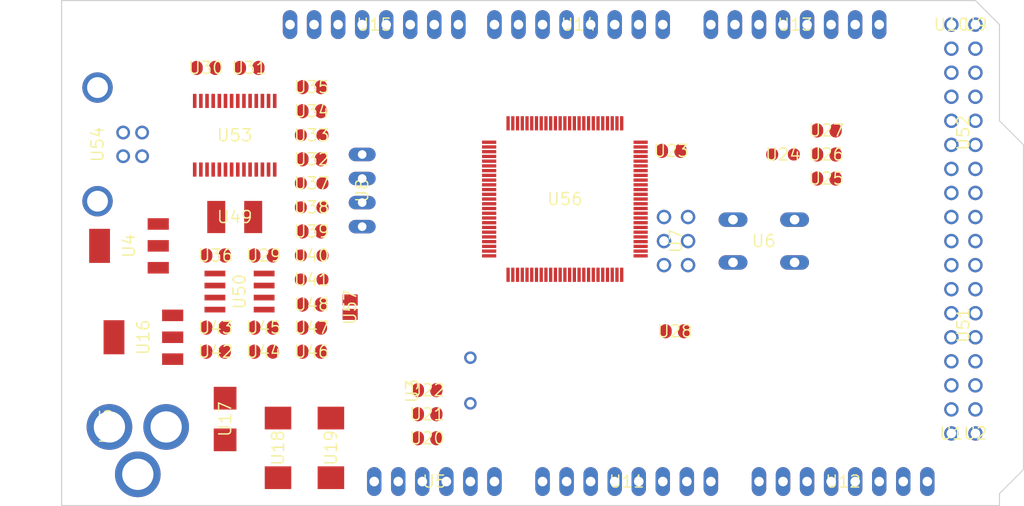
<source format=kicad_pcb>
(kicad_pcb (version 20221018) (generator pcbnew)
  (layers (0 "F.Cu" signal "Top") (31 "B.Cu" signal "Bottom") (34 "B.Paste" user) (35 "F.Paste" user) (36 "B.SilkS" user "B.Silkscreen") (37 "F.SilkS" user "F.Silkscreen") (38 "B.Mask" user) (39 "F.Mask" user) (44 "Edge.Cuts" user))
  (net 0 "")
  (net 1 "+5V")
  (net 2 "GND")
  (net 3 "N$6")
  (net 4 "N$7")
  (net 5 "AREF")
  (net 6 "RESET")
  (net 7 "VIN")
  (net 8 "N$3")
  (net 9 "PWRIN")
  (net 10 "M8RXD")
  (net 11 "M8TXD")
  (net 12 "ADC0")
  (net 13 "ADC2")
  (net 14 "ADC1")
  (net 15 "ADC3")
  (net 16 "ADC4")
  (net 17 "ADC5")
  (net 18 "ADC6")
  (net 19 "ADC7")
  (net 20 "+3V3")
  (net 21 "SDA")
  (net 22 "SCL")
  (net 23 "ADC9")
  (net 24 "ADC8")
  (net 25 "ADC10")
  (net 26 "ADC11")
  (net 27 "ADC12")
  (net 28 "ADC13")
  (net 29 "ADC14")
  (net 30 "ADC15")
  (net 31 "PB3")
  (net 32 "PB2")
  (net 33 "PB1")
  (net 34 "PB5")
  (net 35 "PB4")
  (net 36 "PE5")
  (net 37 "PE4")
  (net 38 "PE3")
  (net 39 "PE1")
  (net 40 "PE0")
  (net 41 "N$15")
  (net 42 "N$53")
  (net 43 "N$54")
  (net 44 "N$55")
  (net 45 "D-")
  (net 46 "D+")
  (net 47 "N$60")
  (net 48 "DTR")
  (net 49 "USBVCC")
  (net 50 "N$2")
  (net 51 "N$4")
  (net 52 "GATE_CMD")
  (net 53 "CMP")
  (net 54 "PB6")
  (net 55 "PH3")
  (net 56 "PH4")
  (net 57 "PH5")
  (net 58 "PH6")
  (net 59 "PG5")
  (net 60 "RXD1")
  (net 61 "TXD1")
  (net 62 "RXD2")
  (net 63 "RXD3")
  (net 64 "TXD2")
  (net 65 "TXD3")
  (net 66 "PC0")
  (net 67 "PC1")
  (net 68 "PC2")
  (net 69 "PC3")
  (net 70 "PC4")
  (net 71 "PC5")
  (net 72 "PC6")
  (net 73 "PC7")
  (net 74 "PB0")
  (net 75 "PG0")
  (net 76 "PG1")
  (net 77 "PG2")
  (net 78 "PD7")
  (net 79 "PA0")
  (net 80 "PA1")
  (net 81 "PA2")
  (net 82 "PA3")
  (net 83 "PA4")
  (net 84 "PA5")
  (net 85 "PA6")
  (net 86 "PA7")
  (net 87 "PL0")
  (net 88 "PL1")
  (net 89 "PL2")
  (net 90 "PL3")
  (net 91 "PL4")
  (net 92 "PL5")
  (net 93 "PL6")
  (net 94 "PL7")
  (net 95 "PB7")
  (net 96 "CTS")
  (net 97 "DSR")
  (net 98 "DCD")
  (net 99 "RI")
  (footprint "Arduino_MEGA_Reference_Design:2X03" (layer "F.Cu") (at 162.5981 103.7336 -90)
    (fp_text reference "U7")
    (fp_text value "")
  )
  (footprint "Arduino_MEGA_Reference_Design:1X08" (layer "F.Cu") (at 152.3111 80.8736 180)
    (fp_text reference "U14")
    (fp_text value "")
  )
  (footprint "Arduino_MEGA_Reference_Design:1X08" (layer "F.Cu") (at 130.7211 80.8736 180)
    (fp_text reference "U15")
    (fp_text value "")
  )
  (footprint "Arduino_MEGA_Reference_Design:SMC_D" (layer "F.Cu") (at 120.5611 125.5776 -90)
    (fp_text reference "U18")
    (fp_text value "")
  )
  (footprint "Arduino_MEGA_Reference_Design:SMC_D" (layer "F.Cu") (at 126.1491 125.5776 -90)
    (fp_text reference "U19")
    (fp_text value "")
  )
  (footprint "Arduino_MEGA_Reference_Design:B3F-10XX" (layer "F.Cu") (at 171.8691 103.7336 180)
    (fp_text reference "U6")
    (fp_text value "")
  )
  (footprint "Arduino_MEGA_Reference_Design:0805RND" (layer "F.Cu") (at 173.9011 94.5896 180)
    (fp_text reference "U24")
    (fp_text value "")
  )
  (footprint "Arduino_MEGA_Reference_Design:SMB" (layer "F.Cu") (at 114.9731 122.5296 -90)
    (fp_text reference "U17")
    (fp_text value "")
  )
  (footprint "Arduino_MEGA_Reference_Design:DC-21MM" (layer "F.Cu") (at 103.0351 123.2916 90)
    (fp_text reference "U55")
    (fp_text value "")
  )
  (footprint "Arduino_MEGA_Reference_Design:HC49_S" (layer "F.Cu") (at 140.8811 118.4656 90)
    (fp_text reference "U3")
    (fp_text value "")
  )
  (footprint "Arduino_MEGA_Reference_Design:SOT223" (layer "F.Cu") (at 106.3371 113.8936 90)
    (fp_text reference "U16")
    (fp_text value "")
  )
  (footprint "Arduino_MEGA_Reference_Design:1X06" (layer "F.Cu") (at 137.0711 129.1336)
    (fp_text reference "U5")
    (fp_text value "")
  )
  (footprint "Arduino_MEGA_Reference_Design:C0805RND" (layer "F.Cu") (at 124.1171 87.4776)
    (fp_text reference "U35")
    (fp_text value "")
  )
  (footprint "Arduino_MEGA_Reference_Design:C0805RND" (layer "F.Cu") (at 162.4711 113.2586)
    (fp_text reference "U28")
    (fp_text value "")
  )
  (footprint "Arduino_MEGA_Reference_Design:C0805RND" (layer "F.Cu") (at 136.3091 122.0216)
    (fp_text reference "U21")
    (fp_text value "")
  )
  (footprint "Arduino_MEGA_Reference_Design:C0805RND" (layer "F.Cu") (at 136.3091 119.4816)
    (fp_text reference "U22")
    (fp_text value "")
  )
  (footprint "Arduino_MEGA_Reference_Design:C0805RND" (layer "F.Cu") (at 113.9571 112.8776)
    (fp_text reference "U43")
    (fp_text value "")
  )
  (footprint "Arduino_MEGA_Reference_Design:RCL_0805RND" (layer "F.Cu") (at 124.1171 105.2576)
    (fp_text reference "U40")
    (fp_text value "")
  )
  (footprint "Arduino_MEGA_Reference_Design:RCL_0805RND" (layer "F.Cu") (at 124.1171 107.7976)
    (fp_text reference "U41")
    (fp_text value "")
  )
  (footprint "Arduino_MEGA_Reference_Design:1X08" (layer "F.Cu") (at 157.3911 129.1336)
    (fp_text reference "U11")
    (fp_text value "")
  )
  (footprint "Arduino_MEGA_Reference_Design:1X08" (layer "F.Cu") (at 175.1711 80.8736 180)
    (fp_text reference "U13")
    (fp_text value "")
  )
  (footprint "Arduino_MEGA_Reference_Design:R0805RND" (layer "F.Cu") (at 178.4731 94.5896 180)
    (fp_text reference "U26")
    (fp_text value "")
  )
  (footprint "Arduino_MEGA_Reference_Design:R0805RND" (layer "F.Cu") (at 178.4731 92.0496 180)
    (fp_text reference "U27")
    (fp_text value "")
  )
  (footprint "Arduino_MEGA_Reference_Design:TQFP100" (layer "F.Cu") (at 150.86109924316406 99.29596710205078 0)
    (fp_text reference "U56")
    (fp_text value "")
  )
  (footprint "Arduino_MEGA_Reference_Design:C0805RND" (layer "F.Cu") (at 162.0901 94.2086 180)
    (fp_text reference "U23")
    (fp_text value "")
  )
  (footprint "Arduino_MEGA_Reference_Design:C0805RND" (layer "F.Cu") (at 136.3091 124.5616)
    (fp_text reference "U20")
    (fp_text value "")
  )
  (footprint "Arduino_MEGA_Reference_Design:1X08" (layer "F.Cu") (at 180.2511 129.1336)
    (fp_text reference "U12")
    (fp_text value "")
  )
  (footprint "Arduino_MEGA_Reference_Design:R0805RND" (layer "F.Cu") (at 124.1171 112.8776)
    (fp_text reference "U47")
    (fp_text value "")
  )
  (footprint "Arduino_MEGA_Reference_Design:C0805RND" (layer "F.Cu") (at 124.1171 115.4176)
    (fp_text reference "U46")
    (fp_text value "")
  )
  (footprint "Arduino_MEGA_Reference_Design:C0805RND" (layer "F.Cu") (at 113.9571 105.2576)
    (fp_text reference "U36")
    (fp_text value "")
  )
  (footprint "Arduino_MEGA_Reference_Design:C0805RND" (layer "F.Cu") (at 112.9411 85.4456)
    (fp_text reference "U30")
    (fp_text value "")
  )
  (footprint "Arduino_MEGA_Reference_Design:0805RND" (layer "F.Cu") (at 124.1171 100.1776 180)
    (fp_text reference "U38")
    (fp_text value "")
  )
  (footprint "Arduino_MEGA_Reference_Design:0805RND" (layer "F.Cu") (at 124.1171 97.6376 180)
    (fp_text reference "U37")
    (fp_text value "")
  )
  (footprint "Arduino_MEGA_Reference_Design:R0805RND" (layer "F.Cu") (at 124.1171 95.0976)
    (fp_text reference "U32")
    (fp_text value "")
  )
  (footprint "Arduino_MEGA_Reference_Design:R0805RND" (layer "F.Cu") (at 124.1171 102.7176)
    (fp_text reference "U39")
    (fp_text value "")
  )
  (footprint "Arduino_MEGA_Reference_Design:SSOP28" (layer "F.Cu") (at 115.9891 92.5576)
    (fp_text reference "U53")
    (fp_text value "")
  )
  (footprint "Arduino_MEGA_Reference_Design:PN61729" (layer "F.Cu") (at 98.9584 93.5228 -90)
    (fp_text reference "U54")
    (fp_text value "")
  )
  (footprint "Arduino_MEGA_Reference_Design:L1812" (layer "F.Cu") (at 115.9891 101.1936)
    (fp_text reference "U49")
    (fp_text value "")
  )
  (footprint "Arduino_MEGA_Reference_Design:C0805RND" (layer "F.Cu") (at 117.5131 85.4456)
    (fp_text reference "U31")
    (fp_text value "")
  )
  (footprint "Arduino_MEGA_Reference_Design:0805RND" (layer "F.Cu") (at 124.1171 92.5576 180)
    (fp_text reference "U33")
    (fp_text value "")
  )
  (footprint "Arduino_MEGA_Reference_Design:R0805RND" (layer "F.Cu") (at 124.1171 90.0176 180)
    (fp_text reference "U34")
    (fp_text value "")
  )
  (footprint "Arduino_MEGA_Reference_Design:C0805RND" (layer "F.Cu") (at 124.1171 110.4392 180)
    (fp_text reference "U48")
    (fp_text value "")
  )
  (footprint "Arduino_MEGA_Reference_Design:SOT223" (layer "F.Cu") (at 104.8131 104.2416 90)
    (fp_text reference "U4")
    (fp_text value "")
  )
  (footprint "Arduino_MEGA_Reference_Design:SO08" (layer "F.Cu") (at 116.4971 109.0676 -90)
    (fp_text reference "U50")
    (fp_text value "")
  )
  (footprint "Arduino_MEGA_Reference_Design:R0805RND" (layer "F.Cu") (at 113.9571 115.4176 180)
    (fp_text reference "U42")
    (fp_text value "")
  )
  (footprint "Arduino_MEGA_Reference_Design:R0805RND" (layer "F.Cu") (at 119.0371 112.8776 180)
    (fp_text reference "U45")
    (fp_text value "")
  )
  (footprint "Arduino_MEGA_Reference_Design:C0805RND" (layer "F.Cu") (at 119.0371 115.4176 180)
    (fp_text reference "U44")
    (fp_text value "")
  )
  (footprint "Arduino_MEGA_Reference_Design:C0805RND" (layer "F.Cu") (at 119.0371 105.2576)
    (fp_text reference "U29")
    (fp_text value "")
  )
  (footprint "Arduino_MEGA_Reference_Design:2X08" (layer "F.Cu") (at 192.9511 92.3036 90)
    (fp_text reference "U52")
    (fp_text value "")
  )
  (footprint "Arduino_MEGA_Reference_Design:2X08" (layer "F.Cu") (at 192.9511 112.6236 90)
    (fp_text reference "U51")
    (fp_text value "")
  )
  (footprint "Arduino_MEGA_Reference_Design:R0805RND" (layer "F.Cu") (at 178.4731 97.1296 180)
    (fp_text reference "U25")
    (fp_text value "")
  )
  (footprint "Arduino_MEGA_Reference_Design:1X01" (layer "F.Cu") (at 191.6811 80.8736)
    (fp_text reference "U10")
    (fp_text value "")
  )
  (footprint "Arduino_MEGA_Reference_Design:1X01" (layer "F.Cu") (at 194.2211 80.8736)
    (fp_text reference "U9")
    (fp_text value "")
  )
  (footprint "Arduino_MEGA_Reference_Design:1X01" (layer "F.Cu") (at 191.6811 124.0536)
    (fp_text reference "U1")
    (fp_text value "")
  )
  (footprint "Arduino_MEGA_Reference_Design:1X01" (layer "F.Cu") (at 194.2211 124.0536)
    (fp_text reference "U2")
    (fp_text value "")
  )
  (footprint "Arduino_MEGA_Reference_Design:SJ" (layer "F.Cu") (at 128.1811 110.7186 -90)
    (fp_text reference "U57")
    (fp_text value "")
  )
  (footprint "Arduino_MEGA_Reference_Design:JP4" (layer "F.Cu") (at 129.4511 98.3996 -90)
    (fp_text reference "U8")
    (fp_text value "")
  )
  (gr_line (start 196.7611 80.8736) (end 196.7611 91.0336) (layer "Edge.Cuts") (width 0.12))
  (gr_line (start 196.7611 130.4036) (end 196.7611 131.6736) (layer "Edge.Cuts") (width 0.12))
  (gr_line (start 194.2211 78.3336) (end 196.7611 80.8736) (layer "Edge.Cuts") (width 0.12))
  (gr_line (start 97.7011 78.3336) (end 194.2211 78.3336) (layer "Edge.Cuts") (width 0.12))
  (gr_line (start 196.7611 91.0336) (end 199.3011 93.5736) (layer "Edge.Cuts") (width 0.12))
  (gr_line (start 97.7011 131.6736) (end 97.7011 78.3336) (layer "Edge.Cuts") (width 0.12))
  (gr_line (start 196.7611 131.6736) (end 97.7011 131.6736) (layer "Edge.Cuts") (width 0.12))
  (gr_line (start 199.3011 93.5736) (end 199.3011 127.8636) (layer "Edge.Cuts") (width 0.12))
  (gr_line (start 199.3011 127.8636) (end 196.7611 130.4036) (layer "Edge.Cuts") (width 0.12))
)
</source>
